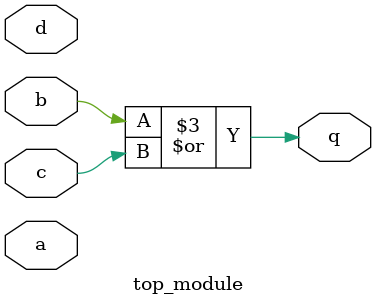
<source format=sv>
module top_module (
	input a, 
	input b, 
	input c, 
	input d,
	output q
);

assign q = (b == 1'b1) | (c == 1'b1);

endmodule

</source>
